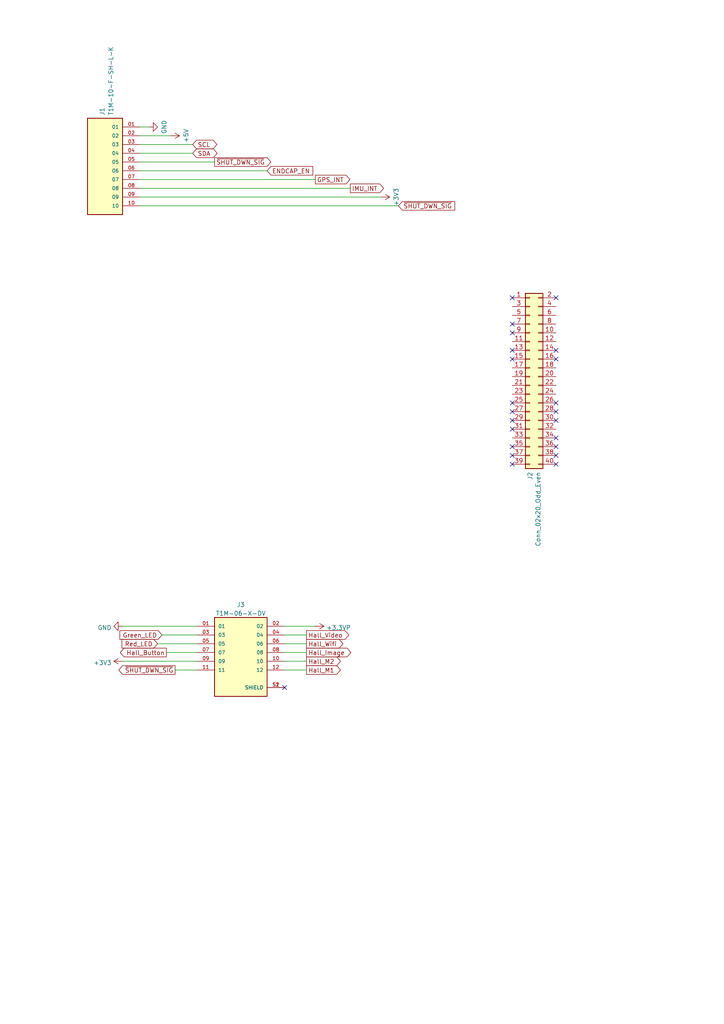
<source format=kicad_sch>
(kicad_sch (version 20211123) (generator eeschema)
  (paper "A4" portrait)
  (lib_symbols
    (symbol "Connector_Generic:Conn_02x20_Odd_Even" (pin_names (offset 1.016) hide)
      (property "Reference" "J" (at 1.27 25.4 0))
      (property "Value" "Conn_02x20_Odd_Even" (at 1.27 -27.94 0))
      (symbol "Conn_02x20_Odd_Even_1_1"
        (rectangle (start -1.27 -25.273) (end 0 -25.527) (stroke (width 0.1524)))
        (rectangle (start -1.27 -22.733) (end 0 -22.987) (stroke (width 0.1524)))
        (rectangle (start -1.27 -20.193) (end 0 -20.447) (stroke (width 0.1524)))
        (rectangle (start -1.27 -17.653) (end 0 -17.907) (stroke (width 0.1524)))
        (rectangle (start -1.27 -15.113) (end 0 -15.367) (stroke (width 0.1524)))
        (rectangle (start -1.27 -12.573) (end 0 -12.827) (stroke (width 0.1524)))
        (rectangle (start -1.27 -10.033) (end 0 -10.287) (stroke (width 0.1524)))
        (rectangle (start -1.27 -7.493) (end 0 -7.747) (stroke (width 0.1524)))
        (rectangle (start -1.27 -4.953) (end 0 -5.207) (stroke (width 0.1524)))
        (rectangle (start -1.27 -2.413) (end 0 -2.667) (stroke (width 0.1524)))
        (rectangle (start -1.27 0.127) (end 0 -0.127) (stroke (width 0.1524)))
        (rectangle (start -1.27 2.667) (end 0 2.413) (stroke (width 0.1524)))
        (rectangle (start -1.27 5.207) (end 0 4.953) (stroke (width 0.1524)))
        (rectangle (start -1.27 7.747) (end 0 7.493) (stroke (width 0.1524)))
        (rectangle (start -1.27 10.287) (end 0 10.033) (stroke (width 0.1524)))
        (rectangle (start -1.27 12.827) (end 0 12.573) (stroke (width 0.1524)))
        (rectangle (start -1.27 15.367) (end 0 15.113) (stroke (width 0.1524)))
        (rectangle (start -1.27 17.907) (end 0 17.653) (stroke (width 0.1524)))
        (rectangle (start -1.27 20.447) (end 0 20.193) (stroke (width 0.1524)))
        (rectangle (start -1.27 22.987) (end 0 22.733) (stroke (width 0.1524)))
        (rectangle (start -1.27 24.13) (end 3.81 -26.67) (stroke (width 0.254)) (fill (type background)))
        (rectangle (start 3.81 -25.273) (end 2.54 -25.527) (stroke (width 0.1524)))
        (rectangle (start 3.81 -22.733) (end 2.54 -22.987) (stroke (width 0.1524)))
        (rectangle (start 3.81 -20.193) (end 2.54 -20.447) (stroke (width 0.1524)))
        (rectangle (start 3.81 -17.653) (end 2.54 -17.907) (stroke (width 0.1524)))
        (rectangle (start 3.81 -15.113) (end 2.54 -15.367) (stroke (width 0.1524)))
        (rectangle (start 3.81 -12.573) (end 2.54 -12.827) (stroke (width 0.1524)))
        (rectangle (start 3.81 -10.033) (end 2.54 -10.287) (stroke (width 0.1524)))
        (rectangle (start 3.81 -7.493) (end 2.54 -7.747) (stroke (width 0.1524)))
        (rectangle (start 3.81 -4.953) (end 2.54 -5.207) (stroke (width 0.1524)))
        (rectangle (start 3.81 -2.413) (end 2.54 -2.667) (stroke (width 0.1524)))
        (rectangle (start 3.81 0.127) (end 2.54 -0.127) (stroke (width 0.1524)))
        (rectangle (start 3.81 2.667) (end 2.54 2.413) (stroke (width 0.1524)))
        (rectangle (start 3.81 5.207) (end 2.54 4.953) (stroke (width 0.1524)))
        (rectangle (start 3.81 7.747) (end 2.54 7.493) (stroke (width 0.1524)))
        (rectangle (start 3.81 10.287) (end 2.54 10.033) (stroke (width 0.1524)))
        (rectangle (start 3.81 12.827) (end 2.54 12.573) (stroke (width 0.1524)))
        (rectangle (start 3.81 15.367) (end 2.54 15.113) (stroke (width 0.1524)))
        (rectangle (start 3.81 17.907) (end 2.54 17.653) (stroke (width 0.1524)))
        (rectangle (start 3.81 20.447) (end 2.54 20.193) (stroke (width 0.1524)))
        (rectangle (start 3.81 22.987) (end 2.54 22.733) (stroke (width 0.1524)))
        (pin passive line (at -5.08 22.86 0) (length 3.81) (name "Pin_1") (number "1"))
        (pin passive line (at 7.62 12.7 180) (length 3.81) (name "Pin_10") (number "10"))
        (pin passive line (at -5.08 10.16 0) (length 3.81) (name "Pin_11") (number "11"))
        (pin passive line (at 7.62 10.16 180) (length 3.81) (name "Pin_12") (number "12"))
        (pin passive line (at -5.08 7.62 0) (length 3.81) (name "Pin_13") (number "13"))
        (pin passive line (at 7.62 7.62 180) (length 3.81) (name "Pin_14") (number "14"))
        (pin passive line (at -5.08 5.08 0) (length 3.81) (name "Pin_15") (number "15"))
        (pin passive line (at 7.62 5.08 180) (length 3.81) (name "Pin_16") (number "16"))
        (pin passive line (at -5.08 2.54 0) (length 3.81) (name "Pin_17") (number "17"))
        (pin passive line (at 7.62 2.54 180) (length 3.81) (name "Pin_18") (number "18"))
        (pin passive line (at -5.08 0 0) (length 3.81) (name "Pin_19") (number "19"))
        (pin passive line (at 7.62 22.86 180) (length 3.81) (name "Pin_2") (number "2"))
        (pin passive line (at 7.62 0 180) (length 3.81) (name "Pin_20") (number "20"))
        (pin passive line (at -5.08 -2.54 0) (length 3.81) (name "Pin_21") (number "21"))
        (pin passive line (at 7.62 -2.54 180) (length 3.81) (name "Pin_22") (number "22"))
        (pin passive line (at -5.08 -5.08 0) (length 3.81) (name "Pin_23") (number "23"))
        (pin passive line (at 7.62 -5.08 180) (length 3.81) (name "Pin_24") (number "24"))
        (pin passive line (at -5.08 -7.62 0) (length 3.81) (name "Pin_25") (number "25"))
        (pin passive line (at 7.62 -7.62 180) (length 3.81) (name "Pin_26") (number "26"))
        (pin passive line (at -5.08 -10.16 0) (length 3.81) (name "Pin_27") (number "27"))
        (pin passive line (at 7.62 -10.16 180) (length 3.81) (name "Pin_28") (number "28"))
        (pin passive line (at -5.08 -12.7 0) (length 3.81) (name "Pin_29") (number "29"))
        (pin passive line (at -5.08 20.32 0) (length 3.81) (name "Pin_3") (number "3"))
        (pin passive line (at 7.62 -12.7 180) (length 3.81) (name "Pin_30") (number "30"))
        (pin passive line (at -5.08 -15.24 0) (length 3.81) (name "Pin_31") (number "31"))
        (pin passive line (at 7.62 -15.24 180) (length 3.81) (name "Pin_32") (number "32"))
        (pin passive line (at -5.08 -17.78 0) (length 3.81) (name "Pin_33") (number "33"))
        (pin passive line (at 7.62 -17.78 180) (length 3.81) (name "Pin_34") (number "34"))
        (pin passive line (at -5.08 -20.32 0) (length 3.81) (name "Pin_35") (number "35"))
        (pin passive line (at 7.62 -20.32 180) (length 3.81) (name "Pin_36") (number "36"))
        (pin passive line (at -5.08 -22.86 0) (length 3.81) (name "Pin_37") (number "37"))
        (pin passive line (at 7.62 -22.86 180) (length 3.81) (name "Pin_38") (number "38"))
        (pin passive line (at -5.08 -25.4 0) (length 3.81) (name "Pin_39") (number "39"))
        (pin passive line (at 7.62 20.32 180) (length 3.81) (name "Pin_4") (number "4"))
        (pin passive line (at 7.62 -25.4 180) (length 3.81) (name "Pin_40") (number "40"))
        (pin passive line (at -5.08 17.78 0) (length 3.81) (name "Pin_5") (number "5"))
        (pin passive line (at 7.62 17.78 180) (length 3.81) (name "Pin_6") (number "6"))
        (pin passive line (at -5.08 15.24 0) (length 3.81) (name "Pin_7") (number "7"))
        (pin passive line (at 7.62 15.24 180) (length 3.81) (name "Pin_8") (number "8"))
        (pin passive line (at -5.08 12.7 0) (length 3.81) (name "Pin_9") (number "9"))
      )
    )
    (symbol "Device:Buzzer" (pin_names (offset 0.0254) hide)
      (property "Reference" "BZ" (at 3.81 1.27 0))
      (property "Value" "Buzzer" (at 3.81 -1.27 0))
      (symbol "Buzzer_0_1"
        (arc (start 0 -3.175) (mid 3.175 0) (end 0 3.175))
        (polyline (pts (xy -1.651 1.905) (xy -1.143 1.905)))
        (polyline (pts (xy -1.397 2.159) (xy -1.397 1.651)))
        (polyline (pts (xy 0 3.175) (xy 0 -3.175)))
      )
      (symbol "Buzzer_1_1"
        (pin passive line (at -2.54 2.54 0) (length 2.54) (name "-") (number "1"))
        (pin passive line (at -2.54 -2.54 0) (length 2.54) (name "+") (number "2"))
      )
    )
    (symbol "T1M-06-X-DV:T1M-06-X-DV" (pin_names (offset 1.016))
      (property "Reference" "J" (at -7.62 11.43 0))
      (property "Value" "T1M-06-X-DV" (at -7.62 -13.97 0))
      (symbol "T1M-06-X-DV_0_0"
        (rectangle (start -7.62 -12.7) (end 7.62 10.16) (stroke (width 0.254)) (fill (type background)))
        (pin passive line (at -12.7 7.62 0) (length 5.08) (name "01") (number "01"))
        (pin passive line (at 12.7 7.62 180) (length 5.08) (name "02") (number "02"))
        (pin passive line (at -12.7 5.08 0) (length 5.08) (name "03") (number "03"))
        (pin passive line (at 12.7 5.08 180) (length 5.08) (name "04") (number "04"))
        (pin passive line (at -12.7 2.54 0) (length 5.08) (name "05") (number "05"))
        (pin passive line (at 12.7 2.54 180) (length 5.08) (name "06") (number "06"))
        (pin passive line (at -12.7 0 0) (length 5.08) (name "07") (number "07"))
        (pin passive line (at 12.7 0 180) (length 5.08) (name "08") (number "08"))
        (pin passive line (at -12.7 -2.54 0) (length 5.08) (name "09") (number "09"))
        (pin passive line (at 12.7 -2.54 180) (length 5.08) (name "10") (number "10"))
        (pin passive line (at -12.7 -5.08 0) (length 5.08) (name "11") (number "11"))
        (pin passive line (at 12.7 -5.08 180) (length 5.08) (name "12") (number "12"))
        (pin passive line (at 12.7 -10.16 180) (length 5.08) (name "SHIELD") (number "S1"))
        (pin passive line (at 12.7 -10.16 180) (length 5.08) (name "SHIELD") (number "S2"))
      )
    )
    (symbol "T1M-10-F-SH-L-K:T1M-10-F-SH-L-K" (pin_names (offset 1.016))
      (property "Reference" "J" (at -5.588 13.8176 0))
      (property "Value" "T1M-10-F-SH-L-K" (at -5.08 -17.78 0))
      (symbol "T1M-10-F-SH-L-K_0_0"
        (rectangle (start -5.08 -15.24) (end 5.08 12.7) (stroke (width 0.254)) (fill (type background)))
        (pin passive line (at -10.16 10.16 0) (length 5.08) (name "01") (number "01"))
        (pin passive line (at -10.16 7.62 0) (length 5.08) (name "02") (number "02"))
        (pin passive line (at -10.16 5.08 0) (length 5.08) (name "03") (number "03"))
        (pin passive line (at -10.16 2.54 0) (length 5.08) (name "04") (number "04"))
        (pin passive line (at -10.16 0 0) (length 5.08) (name "05") (number "05"))
        (pin passive line (at -10.16 -2.54 0) (length 5.08) (name "06") (number "06"))
        (pin passive line (at -10.16 -5.08 0) (length 5.08) (name "07") (number "07"))
        (pin passive line (at -10.16 -7.62 0) (length 5.08) (name "08") (number "08"))
        (pin passive line (at -10.16 -10.16 0) (length 5.08) (name "09") (number "09"))
        (pin passive line (at -10.16 -12.7 0) (length 5.08) (name "10") (number "10"))
      )
    )
    (symbol "power:+3.3V" (power) (pin_names (offset 0))
      (property "Value" "+3.3V" (at 0 3.556 0))
      (symbol "+3.3V_0_1"
        (polyline (pts (xy -0.762 1.27) (xy 0 2.54)))
        (polyline (pts (xy 0 0) (xy 0 2.54)))
        (polyline (pts (xy 0 2.54) (xy 0.762 1.27)))
      )
      (symbol "+3.3V_1_1"
        (pin power_in line (at 0 0 90) (length 0) hide (name "+3V3") (number "1"))
      )
    )
    (symbol "power:+3.3VP" (power) (pin_names (offset 0))
      (property "Value" "+3.3VP" (at 0 2.54 0))
      (symbol "+3.3VP_0_0"
        (pin power_in line (at 0 0 90) (length 0) hide (name "+3.3VP") (number "1"))
      )
      (symbol "+3.3VP_0_1"
        (polyline (pts (xy -0.762 1.27) (xy 0 2.54)))
        (polyline (pts (xy 0 0) (xy 0 2.54)))
        (polyline (pts (xy 0 2.54) (xy 0.762 1.27)))
      )
    )
    (symbol "power:+5V" (power) (pin_names (offset 0))
      (property "Value" "+5V" (at 0 3.556 0))
      (symbol "+5V_0_1"
        (polyline (pts (xy -0.762 1.27) (xy 0 2.54)))
        (polyline (pts (xy 0 0) (xy 0 2.54)))
        (polyline (pts (xy 0 2.54) (xy 0.762 1.27)))
      )
      (symbol "+5V_1_1"
        (pin power_in line (at 0 0 90) (length 0) hide (name "+5V") (number "1"))
      )
    )
    (symbol "power:GND" (power) (pin_names (offset 0))
      (property "Value" "GND" (at 0 -3.81 0))
      (symbol "GND_0_1"
        (polyline (pts (xy 0 0) (xy 0 -1.27) (xy 1.27 -1.27) (xy 0 -2.54) (xy -1.27 -1.27) (xy 0 -1.27)))
      )
      (symbol "GND_1_1"
        (pin power_in line (at 0 0 270) (length 0) hide (name "GND") (number "1"))
      )
    )
  )
  (no_connect (at 161.29 129.54))
  (no_connect (at 161.29 116.84))
  (no_connect (at 161.29 119.38))
  (no_connect (at 161.29 127))
  (no_connect (at 161.29 134.62))
  (no_connect (at 148.59 134.62))
  (no_connect (at 161.29 132.08))
  (no_connect (at 148.59 132.08))
  (no_connect (at 161.29 121.92))
  (no_connect (at 148.59 119.38))
  (no_connect (at 148.59 116.84))
  (no_connect (at 148.59 121.92))
  (no_connect (at 148.59 129.54))
  (no_connect (at 148.59 124.46))
  (no_connect (at 82.55 199.39))
  (no_connect (at 148.59 86.36))
  (no_connect (at 148.59 104.14))
  (no_connect (at 161.29 86.36))
  (no_connect (at 148.59 93.98))
  (no_connect (at 148.59 101.6))
  (no_connect (at 161.29 101.6))
  (no_connect (at 148.59 96.52))
  (no_connect (at 161.29 104.14))
  (wire (pts (xy 40.64 57.15) (xy 110.49 57.15)))
  (wire (pts (xy 82.55 191.77) (xy 88.9 191.77)))
  (wire (pts (xy 40.64 49.53) (xy 77.47 49.53)))
  (wire (pts (xy 40.64 52.07) (xy 91.44 52.07)))
  (wire (pts (xy 35.56 181.61) (xy 57.15 181.61)))
  (wire (pts (xy 50.8 194.31) (xy 57.15 194.31)))
  (wire (pts (xy 82.55 194.31) (xy 88.9 194.31)))
  (wire (pts (xy 82.55 189.23) (xy 88.9 189.23)))
  (wire (pts (xy 40.64 54.61) (xy 101.6 54.61)))
  (wire (pts (xy 35.56 191.77) (xy 57.15 191.77)))
  (wire (pts (xy 40.64 36.83) (xy 43.18 36.83)))
  (wire (pts (xy 82.55 184.15) (xy 88.9 184.15)))
  (wire (pts (xy 46.99 184.15) (xy 57.15 184.15)))
  (wire (pts (xy 40.64 59.69) (xy 115.57 59.69)))
  (wire (pts (xy 48.26 189.23) (xy 57.15 189.23)))
  (wire (pts (xy 82.55 181.61) (xy 91.44 181.61)))
  (wire (pts (xy 40.64 41.91) (xy 55.88 41.91)))
  (wire (pts (xy 82.55 186.69) (xy 88.9 186.69)))
  (wire (pts (xy 40.64 39.37) (xy 49.53 39.37)))
  (wire (pts (xy 40.64 46.99) (xy 62.23 46.99)))
  (wire (pts (xy 45.72 186.69) (xy 57.15 186.69)))
  (wire (pts (xy 40.64 44.45) (xy 55.88 44.45)))
  (global_label "GPS_INT" (shape output) (at 91.44 52.07 0) (property "Intersheet References" "${INTERSHEET_REFS}" (effects hide)))
  (global_label "~{SHUT_DWN_SIG}" (shape input) (at 115.57 59.69 0) (property "Intersheet References" "${INTERSHEET_REFS}" (effects hide)))
  (global_label "Hall_Video" (shape output) (at 88.9 184.15 0) (property "Intersheet References" "${INTERSHEET_REFS}" (effects hide)))
  (global_label "~{SHUT_DWN_SIG}" (shape output) (at 50.8 194.31 180) (property "Intersheet References" "${INTERSHEET_REFS}" (effects hide)))
  (global_label "SDA" (shape bidirectional) (at 55.88 44.45 0) (property "Intersheet References" "${INTERSHEET_REFS}" (effects hide)))
  (global_label "IMU_INT" (shape output) (at 101.6 54.61 0) (property "Intersheet References" "${INTERSHEET_REFS}" (effects hide)))
  (global_label "Hall_M1" (shape output) (at 88.9 194.31 0) (property "Intersheet References" "${INTERSHEET_REFS}" (effects hide)))
  (global_label "Red_LED" (shape input) (at 45.72 186.69 180) (property "Intersheet References" "${INTERSHEET_REFS}" (effects hide)))
  (global_label "Green_LED" (shape input) (at 46.99 184.15 180) (property "Intersheet References" "${INTERSHEET_REFS}" (effects hide)))
  (global_label "Hall_Image" (shape output) (at 88.9 189.23 0) (property "Intersheet References" "${INTERSHEET_REFS}" (effects hide)))
  (global_label "~{SHUT_DWN_SIG}" (shape output) (at 62.23 46.99 0) (property "Intersheet References" "${INTERSHEET_REFS}" (effects hide)))
  (global_label "Hall_Wifi" (shape output) (at 88.9 186.69 0) (property "Intersheet References" "${INTERSHEET_REFS}" (effects hide)))
  (global_label "Hall_Button" (shape output) (at 48.26 189.23 180) (property "Intersheet References" "${INTERSHEET_REFS}" (effects hide)))
  (global_label "Hall_M2" (shape output) (at 88.9 191.77 0) (property "Intersheet References" "${INTERSHEET_REFS}" (effects hide)))
  (global_label "SCL" (shape bidirectional) (at 55.88 41.91 0) (property "Intersheet References" "${INTERSHEET_REFS}" (effects hide)))
  (global_label "ENDCAP_EN" (shape input) (at 77.47 49.53 0) (property "Intersheet References" "${INTERSHEET_REFS}" (effects hide)))
  (symbol (lib_id "Connector_Generic:Conn_02x20_Odd_Even") (at 153.67 109.22 0) (unit 1)
    (property "Reference" "J2" (at 153.7716 136.8298 90) (effects (justify right)))
    (property "Value" "Conn_02x20_Odd_Even" (at 156.083 136.8298 90) (effects (justify right)))
    (property "Footprint" "custom:Pi_PinSocket_2x20" (effects hide))
  )
  (symbol (lib_id "Device:Buzzer") (at 213.36 102.87 180) (unit 1)
    (property "Reference" "BZ1" (at 212.0646 98.1202 90) (effects (justify right)))
    (property "Value" "Buzzer" (at 214.376 98.1202 90) (effects (justify right)))
  )
  (symbol (lib_id "power:+3.3V") (at 110.49 57.15 270) (unit 1)
    (property "Reference" "#PWR0101" (effects hide))
    (property "Value" "+3.3V" (at 114.9334 57.15 0))
  )
  (symbol (lib_id "T1M-10-F-SH-L-K:T1M-10-F-SH-L-K") (at 30.48 46.99 0) (mirror y) (unit 1)
    (property "Reference" "J1" (at 29.6453 33.528 90) (effects (justify left)))
    (property "Value" "T1M-10-F-SH-L-K" (at 32.1822 33.528 90) (effects (justify left)))
    (property "Footprint" "custom:SAMTEC_T1M-10-F-SH-L-K" (effects hide))
    (property "MANUFACTURER" "SAMTEC" (effects hide))
  )
  (symbol (lib_id "power:GND") (at 35.56 181.61 270) (unit 1)
    (property "Reference" "#PWR?" (effects hide))
    (property "Value" "GND" (at 32.3851 182.0438 90) (effects (justify right)))
  )
  (symbol (lib_id "power:GND") (at 43.18 36.83 90) (unit 1)
    (property "Reference" "#PWR0102" (effects hide))
    (property "Value" "GND" (at 47.6234 36.83 0))
  )
  (symbol (lib_id "power:+3.3VP") (at 91.44 181.61 270) (unit 1)
    (property "Reference" "#PWR?" (effects hide))
    (property "Value" "+3.3VP" (at 94.615 182.0438 90) (effects (justify left)))
  )
  (symbol (lib_id "power:+5V") (at 49.53 39.37 270) (unit 1)
    (property "Reference" "#PWR0103" (effects hide))
    (property "Value" "+5V" (at 53.9734 39.37 0))
  )
  (symbol (lib_id "power:+3.3V") (at 35.56 191.77 90) (unit 1)
    (property "Reference" "#PWR?" (effects hide))
    (property "Value" "+3.3V" (at 32.385 192.2038 90) (effects (justify left)))
  )
  (symbol (lib_id "T1M-06-X-DV:T1M-06-X-DV") (at 69.85 189.23 0) (unit 1)
    (property "Reference" "J3" (at 69.85 175.3702 0))
    (property "Value" "T1M-06-X-DV" (at 69.85 177.9071 0))
    (property "Footprint" "custom:SAMTEC_T1M-06-X-DV" (effects hide))
    (property "MANUFACTURER" "Samtec" (effects hide))
    (property "PARTREV" "B" (effects hide))
    (property "STANDARD" "Manufacturer Recommendations" (effects hide))
    (property "MAXIMUM_PACKAGE_HEIGHT" "6.80mm" (effects hide))
  )
)
</source>
